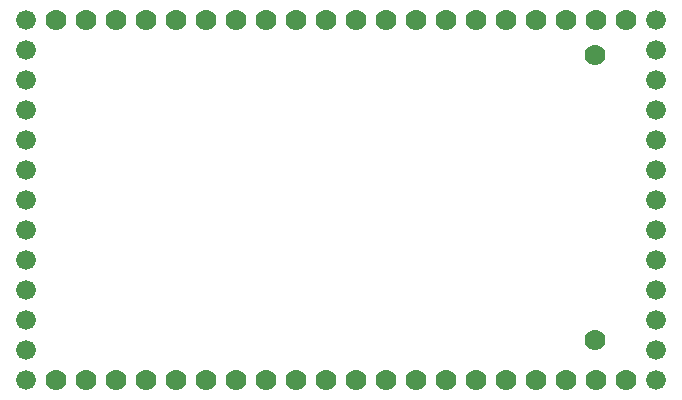
<source format=gbr>
G04 #@! TF.FileFunction,Copper,L1,Top,Signal*
%FSLAX46Y46*%
G04 Gerber Fmt 4.6, Leading zero omitted, Abs format (unit mm)*
G04 Created by KiCad (PCBNEW 4.0.5) date Thursday, March 02, 2017 'PMt' 08:34:31 PM*
%MOMM*%
%LPD*%
G01*
G04 APERTURE LIST*
%ADD10C,0.100000*%
%ADD11C,1.778000*%
%ADD12C,1.676400*%
G04 APERTURE END LIST*
D10*
D11*
X170180000Y-116840000D03*
D12*
X175336100Y-120238600D03*
X175336100Y-117698600D03*
X175336100Y-115158600D03*
X175336100Y-112618600D03*
X175336100Y-110078600D03*
X175336100Y-107538600D03*
X175336100Y-104998600D03*
X175336100Y-102458600D03*
X175336100Y-99918600D03*
X175336100Y-97378600D03*
X175336100Y-94838600D03*
X175336100Y-92298600D03*
X175336100Y-89758600D03*
X121996100Y-120238600D03*
X121996100Y-117698600D03*
X121996100Y-115158600D03*
X121996100Y-112618600D03*
X121996100Y-110078600D03*
X121996100Y-107538600D03*
X121996100Y-104998600D03*
X121996100Y-102458600D03*
X121996100Y-99918600D03*
X121996100Y-97378600D03*
X121996100Y-94838600D03*
X121996100Y-92298600D03*
X121996100Y-89758600D03*
D11*
X124536100Y-89758600D03*
X127076100Y-89758600D03*
X129616100Y-89758600D03*
X132156100Y-89758600D03*
X134696100Y-89758600D03*
X137236100Y-89758600D03*
X139776100Y-89758600D03*
X142316100Y-89758600D03*
X144856100Y-89758600D03*
X147396100Y-89758600D03*
X149936100Y-89758600D03*
X152476100Y-89758600D03*
X155016100Y-89758600D03*
X157556100Y-89758600D03*
X160096100Y-89758600D03*
X162636100Y-89758600D03*
X165176100Y-89758600D03*
X167716100Y-89758600D03*
X170256100Y-89758600D03*
X172796100Y-89758600D03*
X124536100Y-120238600D03*
X127076100Y-120238600D03*
X129616100Y-120238600D03*
X132156100Y-120238600D03*
X134696100Y-120238600D03*
X137236100Y-120238600D03*
X139776100Y-120238600D03*
X142316100Y-120238600D03*
X144856100Y-120238600D03*
X147396100Y-120238600D03*
X149936100Y-120238600D03*
X152476100Y-120238600D03*
X155016100Y-120238600D03*
X157556100Y-120238600D03*
X160096100Y-120238600D03*
X162636100Y-120238600D03*
X165176100Y-120238600D03*
X167716100Y-120238600D03*
X170256100Y-120238600D03*
X172796100Y-120238600D03*
X170180000Y-92710000D03*
M02*

</source>
